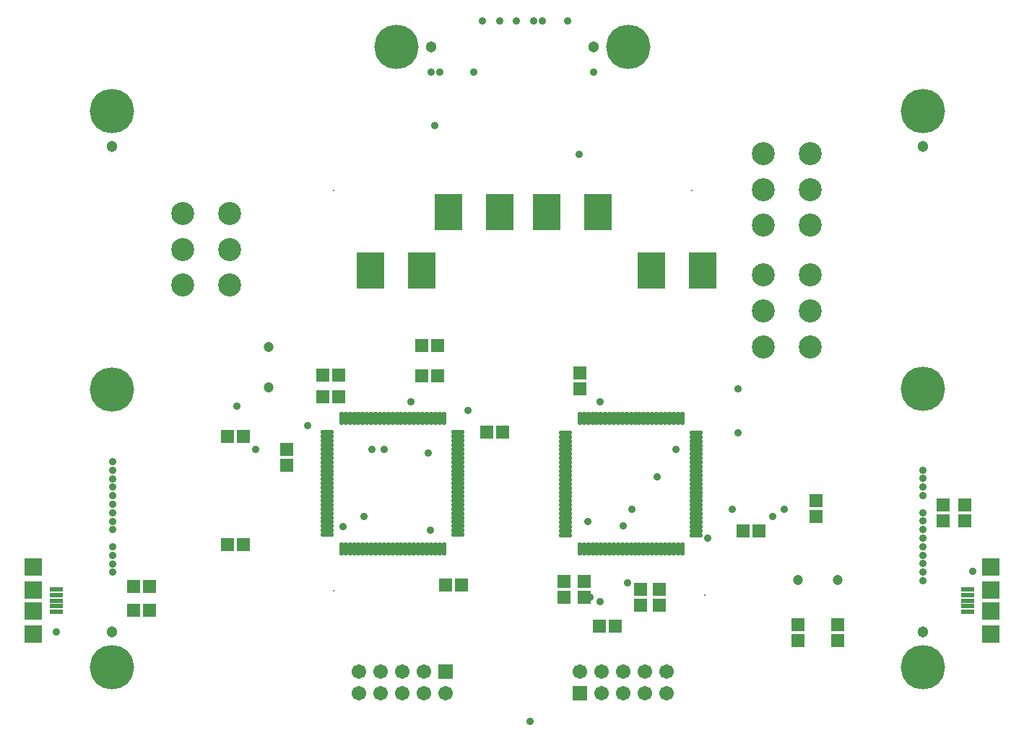
<source format=gts>
G04 Layer_Color=8388736*
%FSLAX44Y44*%
%MOMM*%
G71*
G01*
G75*
%ADD31R,1.5032X1.5032*%
%ADD32R,1.5032X1.5032*%
%ADD33R,1.5532X0.6032*%
%ADD34R,2.1032X2.1032*%
%ADD35O,0.5032X1.6032*%
%ADD36O,1.6032X0.5032*%
%ADD37R,3.2032X4.2032*%
%ADD38C,1.2032*%
%ADD39C,5.2032*%
%ADD40C,1.3032*%
%ADD41C,0.2032*%
%ADD42C,1.7032*%
%ADD43R,1.7032X1.7032*%
%ADD44C,2.7032*%
%ADD45C,0.9032*%
%ADD46C,0.9040*%
D31*
X1375500Y429500D02*
D03*
Y411000D02*
D03*
X1328500Y429500D02*
D03*
Y411000D02*
D03*
X1166000Y471250D02*
D03*
Y452750D02*
D03*
X1144000Y471250D02*
D03*
Y452750D02*
D03*
X1054750Y480500D02*
D03*
Y462000D02*
D03*
X729500Y635250D02*
D03*
Y616750D02*
D03*
X1499000Y570250D02*
D03*
Y551750D02*
D03*
X1524000Y570250D02*
D03*
Y551750D02*
D03*
X1077750Y480734D02*
D03*
Y462234D02*
D03*
X1072840Y706750D02*
D03*
Y725250D02*
D03*
X1350000Y556750D02*
D03*
Y575250D02*
D03*
D32*
X1114250Y428000D02*
D03*
X1095750D02*
D03*
X1264500Y540000D02*
D03*
X1283000D02*
D03*
X915910Y476000D02*
D03*
X934410D02*
D03*
X963750Y655320D02*
D03*
X982250D02*
D03*
X887750Y757000D02*
D03*
X906250D02*
D03*
X887750Y721360D02*
D03*
X906250D02*
D03*
X790250Y697000D02*
D03*
X771750D02*
D03*
X790250Y723000D02*
D03*
X771750D02*
D03*
X678250Y523240D02*
D03*
X659750D02*
D03*
X678250Y650240D02*
D03*
X659750D02*
D03*
X549750Y474500D02*
D03*
X568250D02*
D03*
X549750Y446880D02*
D03*
X568250D02*
D03*
D33*
X1528000Y458000D02*
D03*
Y464500D02*
D03*
Y471000D02*
D03*
Y451500D02*
D03*
Y445000D02*
D03*
X459000Y458000D02*
D03*
Y451500D02*
D03*
Y445000D02*
D03*
Y464500D02*
D03*
Y471000D02*
D03*
D34*
X1554750Y470000D02*
D03*
Y446000D02*
D03*
Y497500D02*
D03*
Y418500D02*
D03*
X432250Y446000D02*
D03*
Y470000D02*
D03*
Y418500D02*
D03*
Y497500D02*
D03*
D35*
X913440Y671860D02*
D03*
X908440D02*
D03*
X903440D02*
D03*
X898440D02*
D03*
X893440D02*
D03*
X888440D02*
D03*
X883440D02*
D03*
X878440D02*
D03*
X873440D02*
D03*
X868440D02*
D03*
X863440D02*
D03*
X858440D02*
D03*
X853440D02*
D03*
X848440D02*
D03*
X843440D02*
D03*
X838440D02*
D03*
X833440D02*
D03*
X828440D02*
D03*
X823440D02*
D03*
X818440D02*
D03*
X813440D02*
D03*
X808440D02*
D03*
X803440D02*
D03*
X798440D02*
D03*
X793440D02*
D03*
Y518860D02*
D03*
X798440D02*
D03*
X803440D02*
D03*
X808440D02*
D03*
X813440D02*
D03*
X818440D02*
D03*
X823440D02*
D03*
X828440D02*
D03*
X833440D02*
D03*
X838440D02*
D03*
X843440D02*
D03*
X848440D02*
D03*
X853440D02*
D03*
X858440D02*
D03*
X863440D02*
D03*
X868440D02*
D03*
X873440D02*
D03*
X878440D02*
D03*
X883440D02*
D03*
X888440D02*
D03*
X893440D02*
D03*
X898440D02*
D03*
X903440D02*
D03*
X908440D02*
D03*
X913440D02*
D03*
X1072840Y518500D02*
D03*
X1077840D02*
D03*
X1082840D02*
D03*
X1087840D02*
D03*
X1092840D02*
D03*
X1097840D02*
D03*
X1102840D02*
D03*
X1107840D02*
D03*
X1112840D02*
D03*
X1117840D02*
D03*
X1122840D02*
D03*
X1127840D02*
D03*
X1132840D02*
D03*
X1137840D02*
D03*
X1142840D02*
D03*
X1147840D02*
D03*
X1152840D02*
D03*
X1157840D02*
D03*
X1162840D02*
D03*
X1167840D02*
D03*
X1172840D02*
D03*
X1177840D02*
D03*
X1182840D02*
D03*
X1187840D02*
D03*
X1192840D02*
D03*
Y671500D02*
D03*
X1187840D02*
D03*
X1182840D02*
D03*
X1177840D02*
D03*
X1172840D02*
D03*
X1167840D02*
D03*
X1162840D02*
D03*
X1157840D02*
D03*
X1152840D02*
D03*
X1147840D02*
D03*
X1142840D02*
D03*
X1137840D02*
D03*
X1132840D02*
D03*
X1127840D02*
D03*
X1122840D02*
D03*
X1117840D02*
D03*
X1112840D02*
D03*
X1107840D02*
D03*
X1102840D02*
D03*
X1097840D02*
D03*
X1092840D02*
D03*
X1087840D02*
D03*
X1082840D02*
D03*
X1077840D02*
D03*
X1072840D02*
D03*
D36*
X776940Y655360D02*
D03*
Y650360D02*
D03*
Y645360D02*
D03*
Y640360D02*
D03*
Y635360D02*
D03*
Y630360D02*
D03*
Y625360D02*
D03*
Y620360D02*
D03*
Y615360D02*
D03*
Y610360D02*
D03*
Y605360D02*
D03*
Y600360D02*
D03*
Y595360D02*
D03*
Y590360D02*
D03*
Y585360D02*
D03*
Y580360D02*
D03*
Y575360D02*
D03*
Y570360D02*
D03*
Y565360D02*
D03*
Y560360D02*
D03*
Y555360D02*
D03*
Y550360D02*
D03*
Y545360D02*
D03*
Y540360D02*
D03*
Y535360D02*
D03*
X929940D02*
D03*
Y540360D02*
D03*
Y545360D02*
D03*
Y550360D02*
D03*
Y555360D02*
D03*
Y560360D02*
D03*
Y565360D02*
D03*
Y570360D02*
D03*
Y575360D02*
D03*
Y580360D02*
D03*
Y585360D02*
D03*
Y590360D02*
D03*
Y595360D02*
D03*
Y600360D02*
D03*
Y605360D02*
D03*
Y610360D02*
D03*
Y615360D02*
D03*
Y620360D02*
D03*
Y625360D02*
D03*
Y630360D02*
D03*
Y635360D02*
D03*
Y640360D02*
D03*
Y645360D02*
D03*
Y650360D02*
D03*
Y655360D02*
D03*
X1209340Y535000D02*
D03*
Y540000D02*
D03*
Y545000D02*
D03*
Y550000D02*
D03*
Y555000D02*
D03*
Y560000D02*
D03*
Y565000D02*
D03*
Y570000D02*
D03*
Y575000D02*
D03*
Y580000D02*
D03*
Y585000D02*
D03*
Y590000D02*
D03*
Y595000D02*
D03*
Y600000D02*
D03*
Y605000D02*
D03*
Y610000D02*
D03*
Y615000D02*
D03*
Y620000D02*
D03*
Y625000D02*
D03*
Y630000D02*
D03*
Y635000D02*
D03*
Y640000D02*
D03*
Y645000D02*
D03*
Y650000D02*
D03*
Y655000D02*
D03*
X1056340D02*
D03*
Y650000D02*
D03*
Y645000D02*
D03*
Y640000D02*
D03*
Y635000D02*
D03*
Y630000D02*
D03*
Y625000D02*
D03*
Y620000D02*
D03*
Y615000D02*
D03*
Y610000D02*
D03*
Y605000D02*
D03*
Y600000D02*
D03*
Y595000D02*
D03*
Y590000D02*
D03*
Y585000D02*
D03*
Y580000D02*
D03*
Y575000D02*
D03*
Y570000D02*
D03*
Y565000D02*
D03*
Y560000D02*
D03*
Y555000D02*
D03*
Y550000D02*
D03*
Y545000D02*
D03*
Y540000D02*
D03*
Y535000D02*
D03*
D37*
X827750Y845000D02*
D03*
X887750D02*
D03*
X1217000D02*
D03*
X1157000D02*
D03*
X979000Y914000D02*
D03*
X919000D02*
D03*
X1034000D02*
D03*
X1094000D02*
D03*
D38*
X1328500Y481750D02*
D03*
X1375500D02*
D03*
X707750Y708250D02*
D03*
Y755250D02*
D03*
D39*
X1130030Y1108110D02*
D03*
X857630D02*
D03*
X524519Y706056D02*
D03*
Y379856D02*
D03*
Y1032256D02*
D03*
X1475000Y706200D02*
D03*
Y380000D02*
D03*
Y1032400D02*
D03*
D40*
X898830Y1108110D02*
D03*
X1088830D02*
D03*
X524519Y991056D02*
D03*
Y421056D02*
D03*
X1475000Y991200D02*
D03*
Y421200D02*
D03*
D41*
X784000Y939070D02*
D03*
X1204000D02*
D03*
X1219450Y464570D02*
D03*
X784000Y469070D02*
D03*
D42*
X814310Y349080D02*
D03*
Y374480D02*
D03*
X839710Y349080D02*
D03*
Y374480D02*
D03*
X865110Y349080D02*
D03*
Y374480D02*
D03*
X890510Y349080D02*
D03*
Y374480D02*
D03*
X915910Y349080D02*
D03*
X1073040Y374620D02*
D03*
X1098440Y349220D02*
D03*
Y374620D02*
D03*
X1123840Y349220D02*
D03*
Y374620D02*
D03*
X1149240Y349220D02*
D03*
Y374620D02*
D03*
X1174640Y349220D02*
D03*
Y374620D02*
D03*
D43*
X915910Y374480D02*
D03*
X1073040Y349220D02*
D03*
D44*
X1288000Y798000D02*
D03*
Y756000D02*
D03*
Y840000D02*
D03*
X1343000D02*
D03*
Y756000D02*
D03*
Y798000D02*
D03*
Y940500D02*
D03*
Y898500D02*
D03*
Y982500D02*
D03*
X1288000D02*
D03*
Y898500D02*
D03*
Y940500D02*
D03*
X662500Y870250D02*
D03*
Y912250D02*
D03*
Y828250D02*
D03*
X607500D02*
D03*
Y912250D02*
D03*
Y870250D02*
D03*
D45*
X1312750Y565000D02*
D03*
X1251250D02*
D03*
X1134000D02*
D03*
X1375500Y410250D02*
D03*
X1328500Y411000D02*
D03*
X1097000Y456500D02*
D03*
X820000Y556500D02*
D03*
X670750Y686500D02*
D03*
X1299250Y556750D02*
D03*
X1350000Y556750D02*
D03*
X1283000Y540000D02*
D03*
X1264500D02*
D03*
X1144000Y471806D02*
D03*
X1534000Y492000D02*
D03*
X459000Y421000D02*
D03*
X1163320Y603000D02*
D03*
X1223000Y531000D02*
D03*
X1186000Y635000D02*
D03*
X1082040Y551040D02*
D03*
X828750Y635250D02*
D03*
X843440Y635440D02*
D03*
X942000Y680720D02*
D03*
X915910Y476000D02*
D03*
X963710Y655360D02*
D03*
X918830Y915000D02*
D03*
X908830Y1078110D02*
D03*
X790250Y697000D02*
D03*
X1475000Y591203D02*
D03*
Y581208D02*
D03*
Y561217D02*
D03*
Y551222D02*
D03*
Y541227D02*
D03*
Y531231D02*
D03*
Y521236D02*
D03*
Y511241D02*
D03*
Y501245D02*
D03*
Y491250D02*
D03*
X1088830Y1078110D02*
D03*
X898830D02*
D03*
X524941Y551119D02*
D03*
Y561107D02*
D03*
Y571095D02*
D03*
Y581083D02*
D03*
Y591071D02*
D03*
Y601059D02*
D03*
Y541059D02*
D03*
Y521059D02*
D03*
Y511059D02*
D03*
Y501059D02*
D03*
Y491059D02*
D03*
Y611059D02*
D03*
X678250Y523240D02*
D03*
Y650240D02*
D03*
X887750Y721360D02*
D03*
X1014750Y316120D02*
D03*
X1054750Y480500D02*
D03*
X1258750Y706750D02*
D03*
X1157000Y845000D02*
D03*
X1094000Y914000D02*
D03*
X659750Y650240D02*
D03*
Y523240D02*
D03*
X934410Y476000D02*
D03*
X1217000Y845000D02*
D03*
X827750D02*
D03*
X898000Y541000D02*
D03*
X795000Y545000D02*
D03*
X875000Y690880D02*
D03*
X754000Y663000D02*
D03*
X1072840Y725250D02*
D03*
X1097000Y690880D02*
D03*
X1124000Y546000D02*
D03*
X1054750Y462000D02*
D03*
X982250Y655320D02*
D03*
X906250Y721360D02*
D03*
Y757000D02*
D03*
X895000Y631000D02*
D03*
X1071880Y981500D02*
D03*
X903000Y1015500D02*
D03*
D46*
X1129000Y479000D02*
D03*
X1077750Y480734D02*
D03*
X1058830Y1138110D02*
D03*
X1028830D02*
D03*
X1085030Y462000D02*
D03*
X1018830Y1138110D02*
D03*
X998830D02*
D03*
X978830D02*
D03*
X958830D02*
D03*
X1258750Y655000D02*
D03*
X1475000Y611203D02*
D03*
Y601203D02*
D03*
X524941Y621059D02*
D03*
X1475000Y481204D02*
D03*
X693000Y635250D02*
D03*
X948830Y1078110D02*
D03*
M02*

</source>
